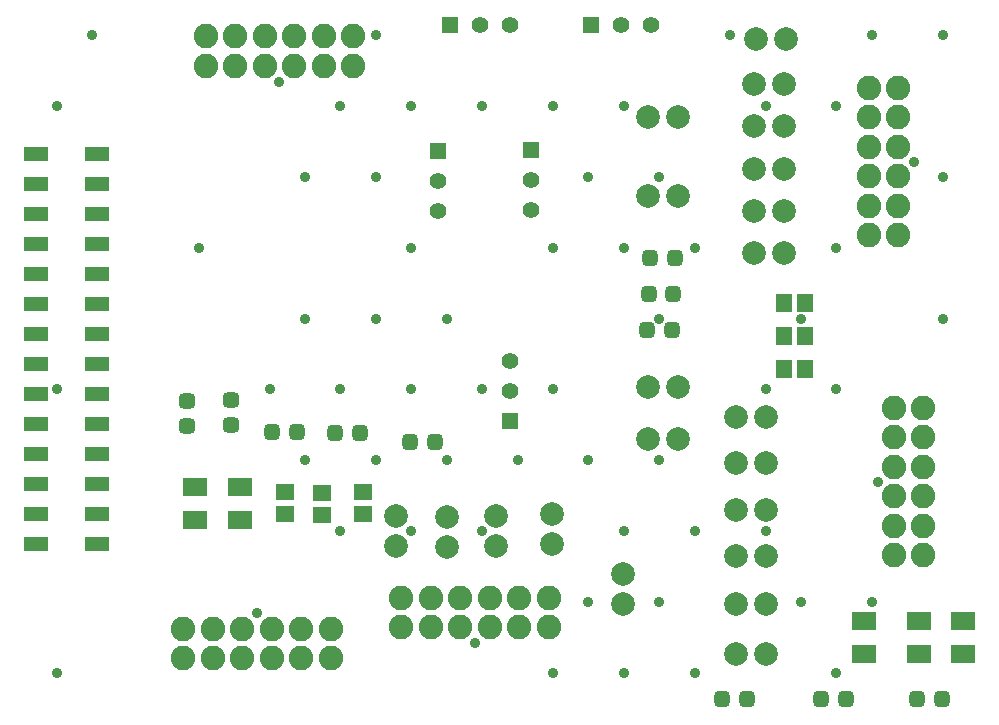
<source format=gts>
G04*
G04 #@! TF.GenerationSoftware,Altium Limited,Altium Designer,24.1.2 (44)*
G04*
G04 Layer_Color=8388736*
%FSLAX44Y44*%
%MOMM*%
G71*
G04*
G04 #@! TF.SameCoordinates,8026E52B-AA0B-4AC6-8547-A5A81626C292*
G04*
G04*
G04 #@! TF.FilePolarity,Negative*
G04*
G01*
G75*
G04:AMPARAMS|DCode=18|XSize=1.4032mm|YSize=1.3032mm|CornerRadius=0.3766mm|HoleSize=0mm|Usage=FLASHONLY|Rotation=270.000|XOffset=0mm|YOffset=0mm|HoleType=Round|Shape=RoundedRectangle|*
%AMROUNDEDRECTD18*
21,1,1.4032,0.5500,0,0,270.0*
21,1,0.6500,1.3032,0,0,270.0*
1,1,0.7532,-0.2750,-0.3250*
1,1,0.7532,-0.2750,0.3250*
1,1,0.7532,0.2750,0.3250*
1,1,0.7532,0.2750,-0.3250*
%
%ADD18ROUNDEDRECTD18*%
%ADD19R,2.1532X1.6032*%
%ADD20R,1.5532X1.3532*%
%ADD21R,1.3532X1.5532*%
%ADD22R,2.0032X1.2032*%
G04:AMPARAMS|DCode=23|XSize=1.4032mm|YSize=1.3032mm|CornerRadius=0.3766mm|HoleSize=0mm|Usage=FLASHONLY|Rotation=0.000|XOffset=0mm|YOffset=0mm|HoleType=Round|Shape=RoundedRectangle|*
%AMROUNDEDRECTD23*
21,1,1.4032,0.5500,0,0,0.0*
21,1,0.6500,1.3032,0,0,0.0*
1,1,0.7532,0.3250,-0.2750*
1,1,0.7532,-0.3250,-0.2750*
1,1,0.7532,-0.3250,0.2750*
1,1,0.7532,0.3250,0.2750*
%
%ADD23ROUNDEDRECTD23*%
%ADD24C,2.0032*%
%ADD25C,1.4032*%
%ADD26R,1.4032X1.4032*%
%ADD27C,2.0782*%
%ADD28C,0.8782*%
%ADD29R,1.4032X1.4032*%
%ADD30C,0.9032*%
D18*
X359070Y255270D02*
D03*
X380070D02*
D03*
X316570Y262890D02*
D03*
X295570D02*
D03*
X242230Y264160D02*
D03*
X263230D02*
D03*
X808990Y38100D02*
D03*
X787990D02*
D03*
X728050D02*
D03*
X707050D02*
D03*
X644230D02*
D03*
X623230D02*
D03*
X580730Y350520D02*
D03*
X559730D02*
D03*
X582000Y381000D02*
D03*
X561000D02*
D03*
X582930Y411480D02*
D03*
X561930D02*
D03*
D19*
X176530Y189200D02*
D03*
Y217200D02*
D03*
X826770Y104170D02*
D03*
Y76170D02*
D03*
X789940Y104170D02*
D03*
Y76170D02*
D03*
X742950Y104170D02*
D03*
Y76170D02*
D03*
X214630Y189200D02*
D03*
Y217200D02*
D03*
D20*
X252730Y194310D02*
D03*
Y212810D02*
D03*
X318770Y194860D02*
D03*
Y213360D02*
D03*
X284480Y193950D02*
D03*
Y212450D02*
D03*
D21*
X693780Y317500D02*
D03*
X675280D02*
D03*
X693780Y345440D02*
D03*
X675280D02*
D03*
X693780Y373380D02*
D03*
X675280D02*
D03*
D22*
X93980Y448310D02*
D03*
X41980D02*
D03*
X93980Y372110D02*
D03*
X41980D02*
D03*
X93980Y346710D02*
D03*
X41980D02*
D03*
X93980Y295910D02*
D03*
X41980D02*
D03*
X93980Y245110D02*
D03*
X41980D02*
D03*
X93980Y219710D02*
D03*
X41980D02*
D03*
Y168910D02*
D03*
X93980D02*
D03*
X41980Y194310D02*
D03*
X93980D02*
D03*
X41980Y270510D02*
D03*
X93980D02*
D03*
X41980Y321310D02*
D03*
X93980D02*
D03*
X41980Y397510D02*
D03*
X93980D02*
D03*
X41980Y422910D02*
D03*
X93980D02*
D03*
X41980Y473710D02*
D03*
Y499110D02*
D03*
X93980Y473710D02*
D03*
Y499110D02*
D03*
D23*
X170180Y268900D02*
D03*
Y289900D02*
D03*
X207010Y270170D02*
D03*
Y291170D02*
D03*
D24*
X431800Y193040D02*
D03*
Y167640D02*
D03*
X389890Y191770D02*
D03*
Y166370D02*
D03*
X346710Y193040D02*
D03*
Y167640D02*
D03*
X585470Y302260D02*
D03*
X560070D02*
D03*
X585470Y257810D02*
D03*
X560070D02*
D03*
X660400Y76200D02*
D03*
X635000D02*
D03*
X660400Y118110D02*
D03*
X635000D02*
D03*
X660400Y158750D02*
D03*
X635000D02*
D03*
X660400Y198120D02*
D03*
X635000D02*
D03*
X660400Y237490D02*
D03*
X635000D02*
D03*
X660400Y276860D02*
D03*
X635000D02*
D03*
X651510Y596900D02*
D03*
X676910D02*
D03*
X650240Y558800D02*
D03*
X675640D02*
D03*
X650240Y523240D02*
D03*
X675640D02*
D03*
X650240Y486410D02*
D03*
X675640D02*
D03*
X650240Y450850D02*
D03*
X675640D02*
D03*
X650240Y415290D02*
D03*
X675640D02*
D03*
X560070Y530860D02*
D03*
X585470D02*
D03*
X560070Y463550D02*
D03*
X585470D02*
D03*
X478790Y194310D02*
D03*
Y168910D02*
D03*
X539014Y143510D02*
D03*
Y118110D02*
D03*
D25*
X382270Y450850D02*
D03*
Y476250D02*
D03*
X443230Y323850D02*
D03*
Y298450D02*
D03*
X461010Y452120D02*
D03*
Y477520D02*
D03*
X443230Y608330D02*
D03*
X417830D02*
D03*
X562610D02*
D03*
X537210D02*
D03*
D26*
X382270Y501650D02*
D03*
X443230Y273050D02*
D03*
X461010Y502920D02*
D03*
D27*
X351520Y98490D02*
D03*
X376520D02*
D03*
X401520D02*
D03*
X426520D02*
D03*
X451520D02*
D03*
X476520D02*
D03*
X351520Y123490D02*
D03*
X376520D02*
D03*
X401520D02*
D03*
X426520D02*
D03*
X451520D02*
D03*
X476520D02*
D03*
X768350Y284550D02*
D03*
Y259550D02*
D03*
Y234550D02*
D03*
Y209550D02*
D03*
Y184550D02*
D03*
Y159550D02*
D03*
X793350Y284550D02*
D03*
Y259550D02*
D03*
Y234550D02*
D03*
Y209550D02*
D03*
Y184550D02*
D03*
Y159550D02*
D03*
X772160Y430460D02*
D03*
Y455460D02*
D03*
Y480460D02*
D03*
Y505460D02*
D03*
Y530460D02*
D03*
Y555460D02*
D03*
X747160Y430460D02*
D03*
Y455460D02*
D03*
Y480460D02*
D03*
Y505460D02*
D03*
Y530460D02*
D03*
Y555460D02*
D03*
X185820Y574040D02*
D03*
X210820D02*
D03*
X235820D02*
D03*
X260820D02*
D03*
X285820D02*
D03*
X310820D02*
D03*
X185820Y599040D02*
D03*
X210820D02*
D03*
X235820D02*
D03*
X260820D02*
D03*
X285820D02*
D03*
X310820D02*
D03*
X291770Y97390D02*
D03*
X266770D02*
D03*
X241770D02*
D03*
X216770D02*
D03*
X191770D02*
D03*
X166770D02*
D03*
X291770Y72390D02*
D03*
X266770D02*
D03*
X241770D02*
D03*
X216770D02*
D03*
X191770D02*
D03*
X166770D02*
D03*
D28*
X414020Y85090D02*
D03*
X754950Y222050D02*
D03*
X785560Y492960D02*
D03*
X248320Y560640D02*
D03*
X229270Y110790D02*
D03*
D29*
X392430Y608330D02*
D03*
X511810D02*
D03*
D30*
X810000Y600000D02*
D03*
Y480000D02*
D03*
Y360000D02*
D03*
X750000Y600000D02*
D03*
X720000Y540000D02*
D03*
Y420000D02*
D03*
Y300000D02*
D03*
X750000Y120000D02*
D03*
X720000Y60000D02*
D03*
X660000Y540000D02*
D03*
X690000Y360000D02*
D03*
X660000Y300000D02*
D03*
Y180000D02*
D03*
X690000Y120000D02*
D03*
X630000Y600000D02*
D03*
X600000Y420000D02*
D03*
Y180000D02*
D03*
Y60000D02*
D03*
X540000Y540000D02*
D03*
X570000Y480000D02*
D03*
X540000Y420000D02*
D03*
X570000Y360000D02*
D03*
Y240000D02*
D03*
X540000Y180000D02*
D03*
X570000Y120000D02*
D03*
X540000Y60000D02*
D03*
X480000Y540000D02*
D03*
X510000Y480000D02*
D03*
X480000Y420000D02*
D03*
Y300000D02*
D03*
X510000Y240000D02*
D03*
Y120000D02*
D03*
X480000Y60000D02*
D03*
X420000Y540000D02*
D03*
Y300000D02*
D03*
X450000Y240000D02*
D03*
X420000Y180000D02*
D03*
X360000Y540000D02*
D03*
Y420000D02*
D03*
X390000Y360000D02*
D03*
X360000Y300000D02*
D03*
X390000Y240000D02*
D03*
X360000Y180000D02*
D03*
X330000Y600000D02*
D03*
X300000Y540000D02*
D03*
X330000Y480000D02*
D03*
Y360000D02*
D03*
X300000Y300000D02*
D03*
X330000Y240000D02*
D03*
X300000Y180000D02*
D03*
X270000Y480000D02*
D03*
Y360000D02*
D03*
X240000Y300000D02*
D03*
X270000Y240000D02*
D03*
X180000Y420000D02*
D03*
X90000Y600000D02*
D03*
X60000Y540000D02*
D03*
Y300000D02*
D03*
Y60000D02*
D03*
X40640Y447040D02*
D03*
X41910Y422910D02*
D03*
Y397510D02*
D03*
X43180Y373380D02*
D03*
Y345440D02*
D03*
X44450Y321310D02*
D03*
X41910Y294640D02*
D03*
Y270510D02*
D03*
X43180Y245110D02*
D03*
Y219710D02*
D03*
Y193040D02*
D03*
Y168910D02*
D03*
M02*

</source>
